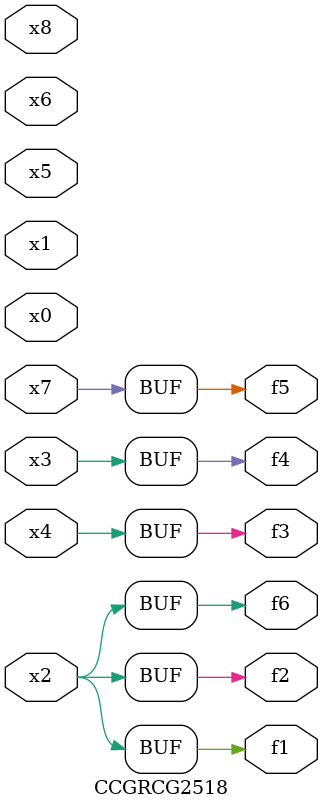
<source format=v>
module CCGRCG2518(
	input x0, x1, x2, x3, x4, x5, x6, x7, x8,
	output f1, f2, f3, f4, f5, f6
);
	assign f1 = x2;
	assign f2 = x2;
	assign f3 = x4;
	assign f4 = x3;
	assign f5 = x7;
	assign f6 = x2;
endmodule

</source>
